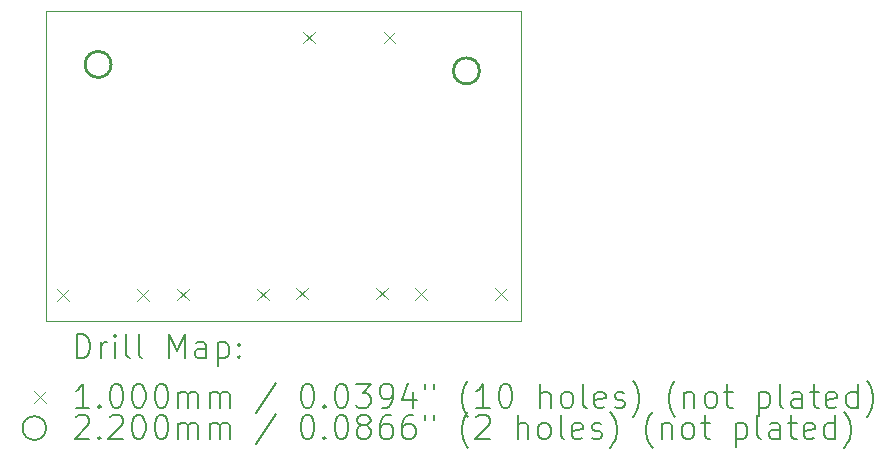
<source format=gbr>
%TF.GenerationSoftware,KiCad,Pcbnew,8.0.5*%
%TF.CreationDate,2024-11-11T01:16:04-08:00*%
%TF.ProjectId,Switch Lock,53776974-6368-4204-9c6f-636b2e6b6963,rev?*%
%TF.SameCoordinates,Original*%
%TF.FileFunction,Drillmap*%
%TF.FilePolarity,Positive*%
%FSLAX45Y45*%
G04 Gerber Fmt 4.5, Leading zero omitted, Abs format (unit mm)*
G04 Created by KiCad (PCBNEW 8.0.5) date 2024-11-11 01:16:04*
%MOMM*%
%LPD*%
G01*
G04 APERTURE LIST*
%ADD10C,0.050000*%
%ADD11C,0.200000*%
%ADD12C,0.100000*%
%ADD13C,0.220000*%
G04 APERTURE END LIST*
D10*
X9211000Y-5573000D02*
X13231000Y-5573000D01*
X13231000Y-8194000D01*
X9211000Y-8194000D01*
X9211000Y-5573000D01*
D11*
D12*
X9299000Y-7922825D02*
X9399000Y-8022825D01*
X9399000Y-7922825D02*
X9299000Y-8022825D01*
X9979000Y-7922825D02*
X10079000Y-8022825D01*
X10079000Y-7922825D02*
X9979000Y-8022825D01*
X10317000Y-7919000D02*
X10417000Y-8019000D01*
X10417000Y-7919000D02*
X10317000Y-8019000D01*
X10997000Y-7919000D02*
X11097000Y-8019000D01*
X11097000Y-7919000D02*
X10997000Y-8019000D01*
X11325000Y-7912000D02*
X11425000Y-8012000D01*
X11425000Y-7912000D02*
X11325000Y-8012000D01*
X11385000Y-5743175D02*
X11485000Y-5843175D01*
X11485000Y-5743175D02*
X11385000Y-5843175D01*
X12005000Y-7912000D02*
X12105000Y-8012000D01*
X12105000Y-7912000D02*
X12005000Y-8012000D01*
X12065000Y-5743175D02*
X12165000Y-5843175D01*
X12165000Y-5743175D02*
X12065000Y-5843175D01*
X12330000Y-7913825D02*
X12430000Y-8013825D01*
X12430000Y-7913825D02*
X12330000Y-8013825D01*
X13010000Y-7913825D02*
X13110000Y-8013825D01*
X13110000Y-7913825D02*
X13010000Y-8013825D01*
D13*
X9759000Y-6022000D02*
G75*
G02*
X9539000Y-6022000I-110000J0D01*
G01*
X9539000Y-6022000D02*
G75*
G02*
X9759000Y-6022000I110000J0D01*
G01*
X12877000Y-6076000D02*
G75*
G02*
X12657000Y-6076000I-110000J0D01*
G01*
X12657000Y-6076000D02*
G75*
G02*
X12877000Y-6076000I110000J0D01*
G01*
D11*
X9469277Y-8507984D02*
X9469277Y-8307984D01*
X9469277Y-8307984D02*
X9516896Y-8307984D01*
X9516896Y-8307984D02*
X9545467Y-8317508D01*
X9545467Y-8317508D02*
X9564515Y-8336555D01*
X9564515Y-8336555D02*
X9574039Y-8355603D01*
X9574039Y-8355603D02*
X9583563Y-8393698D01*
X9583563Y-8393698D02*
X9583563Y-8422270D01*
X9583563Y-8422270D02*
X9574039Y-8460365D01*
X9574039Y-8460365D02*
X9564515Y-8479412D01*
X9564515Y-8479412D02*
X9545467Y-8498460D01*
X9545467Y-8498460D02*
X9516896Y-8507984D01*
X9516896Y-8507984D02*
X9469277Y-8507984D01*
X9669277Y-8507984D02*
X9669277Y-8374650D01*
X9669277Y-8412746D02*
X9678801Y-8393698D01*
X9678801Y-8393698D02*
X9688324Y-8384174D01*
X9688324Y-8384174D02*
X9707372Y-8374650D01*
X9707372Y-8374650D02*
X9726420Y-8374650D01*
X9793086Y-8507984D02*
X9793086Y-8374650D01*
X9793086Y-8307984D02*
X9783563Y-8317508D01*
X9783563Y-8317508D02*
X9793086Y-8327031D01*
X9793086Y-8327031D02*
X9802610Y-8317508D01*
X9802610Y-8317508D02*
X9793086Y-8307984D01*
X9793086Y-8307984D02*
X9793086Y-8327031D01*
X9916896Y-8507984D02*
X9897848Y-8498460D01*
X9897848Y-8498460D02*
X9888324Y-8479412D01*
X9888324Y-8479412D02*
X9888324Y-8307984D01*
X10021658Y-8507984D02*
X10002610Y-8498460D01*
X10002610Y-8498460D02*
X9993086Y-8479412D01*
X9993086Y-8479412D02*
X9993086Y-8307984D01*
X10250229Y-8507984D02*
X10250229Y-8307984D01*
X10250229Y-8307984D02*
X10316896Y-8450841D01*
X10316896Y-8450841D02*
X10383563Y-8307984D01*
X10383563Y-8307984D02*
X10383563Y-8507984D01*
X10564515Y-8507984D02*
X10564515Y-8403222D01*
X10564515Y-8403222D02*
X10554991Y-8384174D01*
X10554991Y-8384174D02*
X10535944Y-8374650D01*
X10535944Y-8374650D02*
X10497848Y-8374650D01*
X10497848Y-8374650D02*
X10478801Y-8384174D01*
X10564515Y-8498460D02*
X10545467Y-8507984D01*
X10545467Y-8507984D02*
X10497848Y-8507984D01*
X10497848Y-8507984D02*
X10478801Y-8498460D01*
X10478801Y-8498460D02*
X10469277Y-8479412D01*
X10469277Y-8479412D02*
X10469277Y-8460365D01*
X10469277Y-8460365D02*
X10478801Y-8441317D01*
X10478801Y-8441317D02*
X10497848Y-8431793D01*
X10497848Y-8431793D02*
X10545467Y-8431793D01*
X10545467Y-8431793D02*
X10564515Y-8422270D01*
X10659753Y-8374650D02*
X10659753Y-8574650D01*
X10659753Y-8384174D02*
X10678801Y-8374650D01*
X10678801Y-8374650D02*
X10716896Y-8374650D01*
X10716896Y-8374650D02*
X10735944Y-8384174D01*
X10735944Y-8384174D02*
X10745467Y-8393698D01*
X10745467Y-8393698D02*
X10754991Y-8412746D01*
X10754991Y-8412746D02*
X10754991Y-8469889D01*
X10754991Y-8469889D02*
X10745467Y-8488936D01*
X10745467Y-8488936D02*
X10735944Y-8498460D01*
X10735944Y-8498460D02*
X10716896Y-8507984D01*
X10716896Y-8507984D02*
X10678801Y-8507984D01*
X10678801Y-8507984D02*
X10659753Y-8498460D01*
X10840705Y-8488936D02*
X10850229Y-8498460D01*
X10850229Y-8498460D02*
X10840705Y-8507984D01*
X10840705Y-8507984D02*
X10831182Y-8498460D01*
X10831182Y-8498460D02*
X10840705Y-8488936D01*
X10840705Y-8488936D02*
X10840705Y-8507984D01*
X10840705Y-8384174D02*
X10850229Y-8393698D01*
X10850229Y-8393698D02*
X10840705Y-8403222D01*
X10840705Y-8403222D02*
X10831182Y-8393698D01*
X10831182Y-8393698D02*
X10840705Y-8384174D01*
X10840705Y-8384174D02*
X10840705Y-8403222D01*
D12*
X9108500Y-8786500D02*
X9208500Y-8886500D01*
X9208500Y-8786500D02*
X9108500Y-8886500D01*
D11*
X9574039Y-8927984D02*
X9459753Y-8927984D01*
X9516896Y-8927984D02*
X9516896Y-8727984D01*
X9516896Y-8727984D02*
X9497848Y-8756555D01*
X9497848Y-8756555D02*
X9478801Y-8775603D01*
X9478801Y-8775603D02*
X9459753Y-8785127D01*
X9659753Y-8908936D02*
X9669277Y-8918460D01*
X9669277Y-8918460D02*
X9659753Y-8927984D01*
X9659753Y-8927984D02*
X9650229Y-8918460D01*
X9650229Y-8918460D02*
X9659753Y-8908936D01*
X9659753Y-8908936D02*
X9659753Y-8927984D01*
X9793086Y-8727984D02*
X9812134Y-8727984D01*
X9812134Y-8727984D02*
X9831182Y-8737508D01*
X9831182Y-8737508D02*
X9840705Y-8747031D01*
X9840705Y-8747031D02*
X9850229Y-8766079D01*
X9850229Y-8766079D02*
X9859753Y-8804174D01*
X9859753Y-8804174D02*
X9859753Y-8851793D01*
X9859753Y-8851793D02*
X9850229Y-8889889D01*
X9850229Y-8889889D02*
X9840705Y-8908936D01*
X9840705Y-8908936D02*
X9831182Y-8918460D01*
X9831182Y-8918460D02*
X9812134Y-8927984D01*
X9812134Y-8927984D02*
X9793086Y-8927984D01*
X9793086Y-8927984D02*
X9774039Y-8918460D01*
X9774039Y-8918460D02*
X9764515Y-8908936D01*
X9764515Y-8908936D02*
X9754991Y-8889889D01*
X9754991Y-8889889D02*
X9745467Y-8851793D01*
X9745467Y-8851793D02*
X9745467Y-8804174D01*
X9745467Y-8804174D02*
X9754991Y-8766079D01*
X9754991Y-8766079D02*
X9764515Y-8747031D01*
X9764515Y-8747031D02*
X9774039Y-8737508D01*
X9774039Y-8737508D02*
X9793086Y-8727984D01*
X9983563Y-8727984D02*
X10002610Y-8727984D01*
X10002610Y-8727984D02*
X10021658Y-8737508D01*
X10021658Y-8737508D02*
X10031182Y-8747031D01*
X10031182Y-8747031D02*
X10040705Y-8766079D01*
X10040705Y-8766079D02*
X10050229Y-8804174D01*
X10050229Y-8804174D02*
X10050229Y-8851793D01*
X10050229Y-8851793D02*
X10040705Y-8889889D01*
X10040705Y-8889889D02*
X10031182Y-8908936D01*
X10031182Y-8908936D02*
X10021658Y-8918460D01*
X10021658Y-8918460D02*
X10002610Y-8927984D01*
X10002610Y-8927984D02*
X9983563Y-8927984D01*
X9983563Y-8927984D02*
X9964515Y-8918460D01*
X9964515Y-8918460D02*
X9954991Y-8908936D01*
X9954991Y-8908936D02*
X9945467Y-8889889D01*
X9945467Y-8889889D02*
X9935944Y-8851793D01*
X9935944Y-8851793D02*
X9935944Y-8804174D01*
X9935944Y-8804174D02*
X9945467Y-8766079D01*
X9945467Y-8766079D02*
X9954991Y-8747031D01*
X9954991Y-8747031D02*
X9964515Y-8737508D01*
X9964515Y-8737508D02*
X9983563Y-8727984D01*
X10174039Y-8727984D02*
X10193086Y-8727984D01*
X10193086Y-8727984D02*
X10212134Y-8737508D01*
X10212134Y-8737508D02*
X10221658Y-8747031D01*
X10221658Y-8747031D02*
X10231182Y-8766079D01*
X10231182Y-8766079D02*
X10240705Y-8804174D01*
X10240705Y-8804174D02*
X10240705Y-8851793D01*
X10240705Y-8851793D02*
X10231182Y-8889889D01*
X10231182Y-8889889D02*
X10221658Y-8908936D01*
X10221658Y-8908936D02*
X10212134Y-8918460D01*
X10212134Y-8918460D02*
X10193086Y-8927984D01*
X10193086Y-8927984D02*
X10174039Y-8927984D01*
X10174039Y-8927984D02*
X10154991Y-8918460D01*
X10154991Y-8918460D02*
X10145467Y-8908936D01*
X10145467Y-8908936D02*
X10135944Y-8889889D01*
X10135944Y-8889889D02*
X10126420Y-8851793D01*
X10126420Y-8851793D02*
X10126420Y-8804174D01*
X10126420Y-8804174D02*
X10135944Y-8766079D01*
X10135944Y-8766079D02*
X10145467Y-8747031D01*
X10145467Y-8747031D02*
X10154991Y-8737508D01*
X10154991Y-8737508D02*
X10174039Y-8727984D01*
X10326420Y-8927984D02*
X10326420Y-8794650D01*
X10326420Y-8813698D02*
X10335944Y-8804174D01*
X10335944Y-8804174D02*
X10354991Y-8794650D01*
X10354991Y-8794650D02*
X10383563Y-8794650D01*
X10383563Y-8794650D02*
X10402610Y-8804174D01*
X10402610Y-8804174D02*
X10412134Y-8823222D01*
X10412134Y-8823222D02*
X10412134Y-8927984D01*
X10412134Y-8823222D02*
X10421658Y-8804174D01*
X10421658Y-8804174D02*
X10440705Y-8794650D01*
X10440705Y-8794650D02*
X10469277Y-8794650D01*
X10469277Y-8794650D02*
X10488325Y-8804174D01*
X10488325Y-8804174D02*
X10497848Y-8823222D01*
X10497848Y-8823222D02*
X10497848Y-8927984D01*
X10593086Y-8927984D02*
X10593086Y-8794650D01*
X10593086Y-8813698D02*
X10602610Y-8804174D01*
X10602610Y-8804174D02*
X10621658Y-8794650D01*
X10621658Y-8794650D02*
X10650229Y-8794650D01*
X10650229Y-8794650D02*
X10669277Y-8804174D01*
X10669277Y-8804174D02*
X10678801Y-8823222D01*
X10678801Y-8823222D02*
X10678801Y-8927984D01*
X10678801Y-8823222D02*
X10688325Y-8804174D01*
X10688325Y-8804174D02*
X10707372Y-8794650D01*
X10707372Y-8794650D02*
X10735944Y-8794650D01*
X10735944Y-8794650D02*
X10754991Y-8804174D01*
X10754991Y-8804174D02*
X10764515Y-8823222D01*
X10764515Y-8823222D02*
X10764515Y-8927984D01*
X11154991Y-8718460D02*
X10983563Y-8975603D01*
X11412134Y-8727984D02*
X11431182Y-8727984D01*
X11431182Y-8727984D02*
X11450229Y-8737508D01*
X11450229Y-8737508D02*
X11459753Y-8747031D01*
X11459753Y-8747031D02*
X11469277Y-8766079D01*
X11469277Y-8766079D02*
X11478801Y-8804174D01*
X11478801Y-8804174D02*
X11478801Y-8851793D01*
X11478801Y-8851793D02*
X11469277Y-8889889D01*
X11469277Y-8889889D02*
X11459753Y-8908936D01*
X11459753Y-8908936D02*
X11450229Y-8918460D01*
X11450229Y-8918460D02*
X11431182Y-8927984D01*
X11431182Y-8927984D02*
X11412134Y-8927984D01*
X11412134Y-8927984D02*
X11393086Y-8918460D01*
X11393086Y-8918460D02*
X11383563Y-8908936D01*
X11383563Y-8908936D02*
X11374039Y-8889889D01*
X11374039Y-8889889D02*
X11364515Y-8851793D01*
X11364515Y-8851793D02*
X11364515Y-8804174D01*
X11364515Y-8804174D02*
X11374039Y-8766079D01*
X11374039Y-8766079D02*
X11383563Y-8747031D01*
X11383563Y-8747031D02*
X11393086Y-8737508D01*
X11393086Y-8737508D02*
X11412134Y-8727984D01*
X11564515Y-8908936D02*
X11574039Y-8918460D01*
X11574039Y-8918460D02*
X11564515Y-8927984D01*
X11564515Y-8927984D02*
X11554991Y-8918460D01*
X11554991Y-8918460D02*
X11564515Y-8908936D01*
X11564515Y-8908936D02*
X11564515Y-8927984D01*
X11697848Y-8727984D02*
X11716896Y-8727984D01*
X11716896Y-8727984D02*
X11735944Y-8737508D01*
X11735944Y-8737508D02*
X11745467Y-8747031D01*
X11745467Y-8747031D02*
X11754991Y-8766079D01*
X11754991Y-8766079D02*
X11764515Y-8804174D01*
X11764515Y-8804174D02*
X11764515Y-8851793D01*
X11764515Y-8851793D02*
X11754991Y-8889889D01*
X11754991Y-8889889D02*
X11745467Y-8908936D01*
X11745467Y-8908936D02*
X11735944Y-8918460D01*
X11735944Y-8918460D02*
X11716896Y-8927984D01*
X11716896Y-8927984D02*
X11697848Y-8927984D01*
X11697848Y-8927984D02*
X11678801Y-8918460D01*
X11678801Y-8918460D02*
X11669277Y-8908936D01*
X11669277Y-8908936D02*
X11659753Y-8889889D01*
X11659753Y-8889889D02*
X11650229Y-8851793D01*
X11650229Y-8851793D02*
X11650229Y-8804174D01*
X11650229Y-8804174D02*
X11659753Y-8766079D01*
X11659753Y-8766079D02*
X11669277Y-8747031D01*
X11669277Y-8747031D02*
X11678801Y-8737508D01*
X11678801Y-8737508D02*
X11697848Y-8727984D01*
X11831182Y-8727984D02*
X11954991Y-8727984D01*
X11954991Y-8727984D02*
X11888325Y-8804174D01*
X11888325Y-8804174D02*
X11916896Y-8804174D01*
X11916896Y-8804174D02*
X11935944Y-8813698D01*
X11935944Y-8813698D02*
X11945467Y-8823222D01*
X11945467Y-8823222D02*
X11954991Y-8842270D01*
X11954991Y-8842270D02*
X11954991Y-8889889D01*
X11954991Y-8889889D02*
X11945467Y-8908936D01*
X11945467Y-8908936D02*
X11935944Y-8918460D01*
X11935944Y-8918460D02*
X11916896Y-8927984D01*
X11916896Y-8927984D02*
X11859753Y-8927984D01*
X11859753Y-8927984D02*
X11840706Y-8918460D01*
X11840706Y-8918460D02*
X11831182Y-8908936D01*
X12050229Y-8927984D02*
X12088325Y-8927984D01*
X12088325Y-8927984D02*
X12107372Y-8918460D01*
X12107372Y-8918460D02*
X12116896Y-8908936D01*
X12116896Y-8908936D02*
X12135944Y-8880365D01*
X12135944Y-8880365D02*
X12145467Y-8842270D01*
X12145467Y-8842270D02*
X12145467Y-8766079D01*
X12145467Y-8766079D02*
X12135944Y-8747031D01*
X12135944Y-8747031D02*
X12126420Y-8737508D01*
X12126420Y-8737508D02*
X12107372Y-8727984D01*
X12107372Y-8727984D02*
X12069277Y-8727984D01*
X12069277Y-8727984D02*
X12050229Y-8737508D01*
X12050229Y-8737508D02*
X12040706Y-8747031D01*
X12040706Y-8747031D02*
X12031182Y-8766079D01*
X12031182Y-8766079D02*
X12031182Y-8813698D01*
X12031182Y-8813698D02*
X12040706Y-8832746D01*
X12040706Y-8832746D02*
X12050229Y-8842270D01*
X12050229Y-8842270D02*
X12069277Y-8851793D01*
X12069277Y-8851793D02*
X12107372Y-8851793D01*
X12107372Y-8851793D02*
X12126420Y-8842270D01*
X12126420Y-8842270D02*
X12135944Y-8832746D01*
X12135944Y-8832746D02*
X12145467Y-8813698D01*
X12316896Y-8794650D02*
X12316896Y-8927984D01*
X12269277Y-8718460D02*
X12221658Y-8861317D01*
X12221658Y-8861317D02*
X12345467Y-8861317D01*
X12412134Y-8727984D02*
X12412134Y-8766079D01*
X12488325Y-8727984D02*
X12488325Y-8766079D01*
X12783563Y-9004174D02*
X12774039Y-8994650D01*
X12774039Y-8994650D02*
X12754991Y-8966079D01*
X12754991Y-8966079D02*
X12745468Y-8947031D01*
X12745468Y-8947031D02*
X12735944Y-8918460D01*
X12735944Y-8918460D02*
X12726420Y-8870841D01*
X12726420Y-8870841D02*
X12726420Y-8832746D01*
X12726420Y-8832746D02*
X12735944Y-8785127D01*
X12735944Y-8785127D02*
X12745468Y-8756555D01*
X12745468Y-8756555D02*
X12754991Y-8737508D01*
X12754991Y-8737508D02*
X12774039Y-8708936D01*
X12774039Y-8708936D02*
X12783563Y-8699412D01*
X12964515Y-8927984D02*
X12850229Y-8927984D01*
X12907372Y-8927984D02*
X12907372Y-8727984D01*
X12907372Y-8727984D02*
X12888325Y-8756555D01*
X12888325Y-8756555D02*
X12869277Y-8775603D01*
X12869277Y-8775603D02*
X12850229Y-8785127D01*
X13088325Y-8727984D02*
X13107372Y-8727984D01*
X13107372Y-8727984D02*
X13126420Y-8737508D01*
X13126420Y-8737508D02*
X13135944Y-8747031D01*
X13135944Y-8747031D02*
X13145468Y-8766079D01*
X13145468Y-8766079D02*
X13154991Y-8804174D01*
X13154991Y-8804174D02*
X13154991Y-8851793D01*
X13154991Y-8851793D02*
X13145468Y-8889889D01*
X13145468Y-8889889D02*
X13135944Y-8908936D01*
X13135944Y-8908936D02*
X13126420Y-8918460D01*
X13126420Y-8918460D02*
X13107372Y-8927984D01*
X13107372Y-8927984D02*
X13088325Y-8927984D01*
X13088325Y-8927984D02*
X13069277Y-8918460D01*
X13069277Y-8918460D02*
X13059753Y-8908936D01*
X13059753Y-8908936D02*
X13050229Y-8889889D01*
X13050229Y-8889889D02*
X13040706Y-8851793D01*
X13040706Y-8851793D02*
X13040706Y-8804174D01*
X13040706Y-8804174D02*
X13050229Y-8766079D01*
X13050229Y-8766079D02*
X13059753Y-8747031D01*
X13059753Y-8747031D02*
X13069277Y-8737508D01*
X13069277Y-8737508D02*
X13088325Y-8727984D01*
X13393087Y-8927984D02*
X13393087Y-8727984D01*
X13478801Y-8927984D02*
X13478801Y-8823222D01*
X13478801Y-8823222D02*
X13469277Y-8804174D01*
X13469277Y-8804174D02*
X13450230Y-8794650D01*
X13450230Y-8794650D02*
X13421658Y-8794650D01*
X13421658Y-8794650D02*
X13402610Y-8804174D01*
X13402610Y-8804174D02*
X13393087Y-8813698D01*
X13602610Y-8927984D02*
X13583563Y-8918460D01*
X13583563Y-8918460D02*
X13574039Y-8908936D01*
X13574039Y-8908936D02*
X13564515Y-8889889D01*
X13564515Y-8889889D02*
X13564515Y-8832746D01*
X13564515Y-8832746D02*
X13574039Y-8813698D01*
X13574039Y-8813698D02*
X13583563Y-8804174D01*
X13583563Y-8804174D02*
X13602610Y-8794650D01*
X13602610Y-8794650D02*
X13631182Y-8794650D01*
X13631182Y-8794650D02*
X13650230Y-8804174D01*
X13650230Y-8804174D02*
X13659753Y-8813698D01*
X13659753Y-8813698D02*
X13669277Y-8832746D01*
X13669277Y-8832746D02*
X13669277Y-8889889D01*
X13669277Y-8889889D02*
X13659753Y-8908936D01*
X13659753Y-8908936D02*
X13650230Y-8918460D01*
X13650230Y-8918460D02*
X13631182Y-8927984D01*
X13631182Y-8927984D02*
X13602610Y-8927984D01*
X13783563Y-8927984D02*
X13764515Y-8918460D01*
X13764515Y-8918460D02*
X13754991Y-8899412D01*
X13754991Y-8899412D02*
X13754991Y-8727984D01*
X13935944Y-8918460D02*
X13916896Y-8927984D01*
X13916896Y-8927984D02*
X13878801Y-8927984D01*
X13878801Y-8927984D02*
X13859753Y-8918460D01*
X13859753Y-8918460D02*
X13850230Y-8899412D01*
X13850230Y-8899412D02*
X13850230Y-8823222D01*
X13850230Y-8823222D02*
X13859753Y-8804174D01*
X13859753Y-8804174D02*
X13878801Y-8794650D01*
X13878801Y-8794650D02*
X13916896Y-8794650D01*
X13916896Y-8794650D02*
X13935944Y-8804174D01*
X13935944Y-8804174D02*
X13945468Y-8823222D01*
X13945468Y-8823222D02*
X13945468Y-8842270D01*
X13945468Y-8842270D02*
X13850230Y-8861317D01*
X14021658Y-8918460D02*
X14040706Y-8927984D01*
X14040706Y-8927984D02*
X14078801Y-8927984D01*
X14078801Y-8927984D02*
X14097849Y-8918460D01*
X14097849Y-8918460D02*
X14107372Y-8899412D01*
X14107372Y-8899412D02*
X14107372Y-8889889D01*
X14107372Y-8889889D02*
X14097849Y-8870841D01*
X14097849Y-8870841D02*
X14078801Y-8861317D01*
X14078801Y-8861317D02*
X14050230Y-8861317D01*
X14050230Y-8861317D02*
X14031182Y-8851793D01*
X14031182Y-8851793D02*
X14021658Y-8832746D01*
X14021658Y-8832746D02*
X14021658Y-8823222D01*
X14021658Y-8823222D02*
X14031182Y-8804174D01*
X14031182Y-8804174D02*
X14050230Y-8794650D01*
X14050230Y-8794650D02*
X14078801Y-8794650D01*
X14078801Y-8794650D02*
X14097849Y-8804174D01*
X14174039Y-9004174D02*
X14183563Y-8994650D01*
X14183563Y-8994650D02*
X14202611Y-8966079D01*
X14202611Y-8966079D02*
X14212134Y-8947031D01*
X14212134Y-8947031D02*
X14221658Y-8918460D01*
X14221658Y-8918460D02*
X14231182Y-8870841D01*
X14231182Y-8870841D02*
X14231182Y-8832746D01*
X14231182Y-8832746D02*
X14221658Y-8785127D01*
X14221658Y-8785127D02*
X14212134Y-8756555D01*
X14212134Y-8756555D02*
X14202611Y-8737508D01*
X14202611Y-8737508D02*
X14183563Y-8708936D01*
X14183563Y-8708936D02*
X14174039Y-8699412D01*
X14535944Y-9004174D02*
X14526420Y-8994650D01*
X14526420Y-8994650D02*
X14507372Y-8966079D01*
X14507372Y-8966079D02*
X14497849Y-8947031D01*
X14497849Y-8947031D02*
X14488325Y-8918460D01*
X14488325Y-8918460D02*
X14478801Y-8870841D01*
X14478801Y-8870841D02*
X14478801Y-8832746D01*
X14478801Y-8832746D02*
X14488325Y-8785127D01*
X14488325Y-8785127D02*
X14497849Y-8756555D01*
X14497849Y-8756555D02*
X14507372Y-8737508D01*
X14507372Y-8737508D02*
X14526420Y-8708936D01*
X14526420Y-8708936D02*
X14535944Y-8699412D01*
X14612134Y-8794650D02*
X14612134Y-8927984D01*
X14612134Y-8813698D02*
X14621658Y-8804174D01*
X14621658Y-8804174D02*
X14640706Y-8794650D01*
X14640706Y-8794650D02*
X14669277Y-8794650D01*
X14669277Y-8794650D02*
X14688325Y-8804174D01*
X14688325Y-8804174D02*
X14697849Y-8823222D01*
X14697849Y-8823222D02*
X14697849Y-8927984D01*
X14821658Y-8927984D02*
X14802611Y-8918460D01*
X14802611Y-8918460D02*
X14793087Y-8908936D01*
X14793087Y-8908936D02*
X14783563Y-8889889D01*
X14783563Y-8889889D02*
X14783563Y-8832746D01*
X14783563Y-8832746D02*
X14793087Y-8813698D01*
X14793087Y-8813698D02*
X14802611Y-8804174D01*
X14802611Y-8804174D02*
X14821658Y-8794650D01*
X14821658Y-8794650D02*
X14850230Y-8794650D01*
X14850230Y-8794650D02*
X14869277Y-8804174D01*
X14869277Y-8804174D02*
X14878801Y-8813698D01*
X14878801Y-8813698D02*
X14888325Y-8832746D01*
X14888325Y-8832746D02*
X14888325Y-8889889D01*
X14888325Y-8889889D02*
X14878801Y-8908936D01*
X14878801Y-8908936D02*
X14869277Y-8918460D01*
X14869277Y-8918460D02*
X14850230Y-8927984D01*
X14850230Y-8927984D02*
X14821658Y-8927984D01*
X14945468Y-8794650D02*
X15021658Y-8794650D01*
X14974039Y-8727984D02*
X14974039Y-8899412D01*
X14974039Y-8899412D02*
X14983563Y-8918460D01*
X14983563Y-8918460D02*
X15002611Y-8927984D01*
X15002611Y-8927984D02*
X15021658Y-8927984D01*
X15240706Y-8794650D02*
X15240706Y-8994650D01*
X15240706Y-8804174D02*
X15259753Y-8794650D01*
X15259753Y-8794650D02*
X15297849Y-8794650D01*
X15297849Y-8794650D02*
X15316896Y-8804174D01*
X15316896Y-8804174D02*
X15326420Y-8813698D01*
X15326420Y-8813698D02*
X15335944Y-8832746D01*
X15335944Y-8832746D02*
X15335944Y-8889889D01*
X15335944Y-8889889D02*
X15326420Y-8908936D01*
X15326420Y-8908936D02*
X15316896Y-8918460D01*
X15316896Y-8918460D02*
X15297849Y-8927984D01*
X15297849Y-8927984D02*
X15259753Y-8927984D01*
X15259753Y-8927984D02*
X15240706Y-8918460D01*
X15450230Y-8927984D02*
X15431182Y-8918460D01*
X15431182Y-8918460D02*
X15421658Y-8899412D01*
X15421658Y-8899412D02*
X15421658Y-8727984D01*
X15612134Y-8927984D02*
X15612134Y-8823222D01*
X15612134Y-8823222D02*
X15602611Y-8804174D01*
X15602611Y-8804174D02*
X15583563Y-8794650D01*
X15583563Y-8794650D02*
X15545468Y-8794650D01*
X15545468Y-8794650D02*
X15526420Y-8804174D01*
X15612134Y-8918460D02*
X15593087Y-8927984D01*
X15593087Y-8927984D02*
X15545468Y-8927984D01*
X15545468Y-8927984D02*
X15526420Y-8918460D01*
X15526420Y-8918460D02*
X15516896Y-8899412D01*
X15516896Y-8899412D02*
X15516896Y-8880365D01*
X15516896Y-8880365D02*
X15526420Y-8861317D01*
X15526420Y-8861317D02*
X15545468Y-8851793D01*
X15545468Y-8851793D02*
X15593087Y-8851793D01*
X15593087Y-8851793D02*
X15612134Y-8842270D01*
X15678801Y-8794650D02*
X15754992Y-8794650D01*
X15707373Y-8727984D02*
X15707373Y-8899412D01*
X15707373Y-8899412D02*
X15716896Y-8918460D01*
X15716896Y-8918460D02*
X15735944Y-8927984D01*
X15735944Y-8927984D02*
X15754992Y-8927984D01*
X15897849Y-8918460D02*
X15878801Y-8927984D01*
X15878801Y-8927984D02*
X15840706Y-8927984D01*
X15840706Y-8927984D02*
X15821658Y-8918460D01*
X15821658Y-8918460D02*
X15812134Y-8899412D01*
X15812134Y-8899412D02*
X15812134Y-8823222D01*
X15812134Y-8823222D02*
X15821658Y-8804174D01*
X15821658Y-8804174D02*
X15840706Y-8794650D01*
X15840706Y-8794650D02*
X15878801Y-8794650D01*
X15878801Y-8794650D02*
X15897849Y-8804174D01*
X15897849Y-8804174D02*
X15907373Y-8823222D01*
X15907373Y-8823222D02*
X15907373Y-8842270D01*
X15907373Y-8842270D02*
X15812134Y-8861317D01*
X16078801Y-8927984D02*
X16078801Y-8727984D01*
X16078801Y-8918460D02*
X16059754Y-8927984D01*
X16059754Y-8927984D02*
X16021658Y-8927984D01*
X16021658Y-8927984D02*
X16002611Y-8918460D01*
X16002611Y-8918460D02*
X15993087Y-8908936D01*
X15993087Y-8908936D02*
X15983563Y-8889889D01*
X15983563Y-8889889D02*
X15983563Y-8832746D01*
X15983563Y-8832746D02*
X15993087Y-8813698D01*
X15993087Y-8813698D02*
X16002611Y-8804174D01*
X16002611Y-8804174D02*
X16021658Y-8794650D01*
X16021658Y-8794650D02*
X16059754Y-8794650D01*
X16059754Y-8794650D02*
X16078801Y-8804174D01*
X16154992Y-9004174D02*
X16164515Y-8994650D01*
X16164515Y-8994650D02*
X16183563Y-8966079D01*
X16183563Y-8966079D02*
X16193087Y-8947031D01*
X16193087Y-8947031D02*
X16202611Y-8918460D01*
X16202611Y-8918460D02*
X16212134Y-8870841D01*
X16212134Y-8870841D02*
X16212134Y-8832746D01*
X16212134Y-8832746D02*
X16202611Y-8785127D01*
X16202611Y-8785127D02*
X16193087Y-8756555D01*
X16193087Y-8756555D02*
X16183563Y-8737508D01*
X16183563Y-8737508D02*
X16164515Y-8708936D01*
X16164515Y-8708936D02*
X16154992Y-8699412D01*
X9208500Y-9100500D02*
G75*
G02*
X9008500Y-9100500I-100000J0D01*
G01*
X9008500Y-9100500D02*
G75*
G02*
X9208500Y-9100500I100000J0D01*
G01*
X9459753Y-9011031D02*
X9469277Y-9001508D01*
X9469277Y-9001508D02*
X9488324Y-8991984D01*
X9488324Y-8991984D02*
X9535944Y-8991984D01*
X9535944Y-8991984D02*
X9554991Y-9001508D01*
X9554991Y-9001508D02*
X9564515Y-9011031D01*
X9564515Y-9011031D02*
X9574039Y-9030079D01*
X9574039Y-9030079D02*
X9574039Y-9049127D01*
X9574039Y-9049127D02*
X9564515Y-9077698D01*
X9564515Y-9077698D02*
X9450229Y-9191984D01*
X9450229Y-9191984D02*
X9574039Y-9191984D01*
X9659753Y-9172936D02*
X9669277Y-9182460D01*
X9669277Y-9182460D02*
X9659753Y-9191984D01*
X9659753Y-9191984D02*
X9650229Y-9182460D01*
X9650229Y-9182460D02*
X9659753Y-9172936D01*
X9659753Y-9172936D02*
X9659753Y-9191984D01*
X9745467Y-9011031D02*
X9754991Y-9001508D01*
X9754991Y-9001508D02*
X9774039Y-8991984D01*
X9774039Y-8991984D02*
X9821658Y-8991984D01*
X9821658Y-8991984D02*
X9840705Y-9001508D01*
X9840705Y-9001508D02*
X9850229Y-9011031D01*
X9850229Y-9011031D02*
X9859753Y-9030079D01*
X9859753Y-9030079D02*
X9859753Y-9049127D01*
X9859753Y-9049127D02*
X9850229Y-9077698D01*
X9850229Y-9077698D02*
X9735944Y-9191984D01*
X9735944Y-9191984D02*
X9859753Y-9191984D01*
X9983563Y-8991984D02*
X10002610Y-8991984D01*
X10002610Y-8991984D02*
X10021658Y-9001508D01*
X10021658Y-9001508D02*
X10031182Y-9011031D01*
X10031182Y-9011031D02*
X10040705Y-9030079D01*
X10040705Y-9030079D02*
X10050229Y-9068174D01*
X10050229Y-9068174D02*
X10050229Y-9115793D01*
X10050229Y-9115793D02*
X10040705Y-9153889D01*
X10040705Y-9153889D02*
X10031182Y-9172936D01*
X10031182Y-9172936D02*
X10021658Y-9182460D01*
X10021658Y-9182460D02*
X10002610Y-9191984D01*
X10002610Y-9191984D02*
X9983563Y-9191984D01*
X9983563Y-9191984D02*
X9964515Y-9182460D01*
X9964515Y-9182460D02*
X9954991Y-9172936D01*
X9954991Y-9172936D02*
X9945467Y-9153889D01*
X9945467Y-9153889D02*
X9935944Y-9115793D01*
X9935944Y-9115793D02*
X9935944Y-9068174D01*
X9935944Y-9068174D02*
X9945467Y-9030079D01*
X9945467Y-9030079D02*
X9954991Y-9011031D01*
X9954991Y-9011031D02*
X9964515Y-9001508D01*
X9964515Y-9001508D02*
X9983563Y-8991984D01*
X10174039Y-8991984D02*
X10193086Y-8991984D01*
X10193086Y-8991984D02*
X10212134Y-9001508D01*
X10212134Y-9001508D02*
X10221658Y-9011031D01*
X10221658Y-9011031D02*
X10231182Y-9030079D01*
X10231182Y-9030079D02*
X10240705Y-9068174D01*
X10240705Y-9068174D02*
X10240705Y-9115793D01*
X10240705Y-9115793D02*
X10231182Y-9153889D01*
X10231182Y-9153889D02*
X10221658Y-9172936D01*
X10221658Y-9172936D02*
X10212134Y-9182460D01*
X10212134Y-9182460D02*
X10193086Y-9191984D01*
X10193086Y-9191984D02*
X10174039Y-9191984D01*
X10174039Y-9191984D02*
X10154991Y-9182460D01*
X10154991Y-9182460D02*
X10145467Y-9172936D01*
X10145467Y-9172936D02*
X10135944Y-9153889D01*
X10135944Y-9153889D02*
X10126420Y-9115793D01*
X10126420Y-9115793D02*
X10126420Y-9068174D01*
X10126420Y-9068174D02*
X10135944Y-9030079D01*
X10135944Y-9030079D02*
X10145467Y-9011031D01*
X10145467Y-9011031D02*
X10154991Y-9001508D01*
X10154991Y-9001508D02*
X10174039Y-8991984D01*
X10326420Y-9191984D02*
X10326420Y-9058650D01*
X10326420Y-9077698D02*
X10335944Y-9068174D01*
X10335944Y-9068174D02*
X10354991Y-9058650D01*
X10354991Y-9058650D02*
X10383563Y-9058650D01*
X10383563Y-9058650D02*
X10402610Y-9068174D01*
X10402610Y-9068174D02*
X10412134Y-9087222D01*
X10412134Y-9087222D02*
X10412134Y-9191984D01*
X10412134Y-9087222D02*
X10421658Y-9068174D01*
X10421658Y-9068174D02*
X10440705Y-9058650D01*
X10440705Y-9058650D02*
X10469277Y-9058650D01*
X10469277Y-9058650D02*
X10488325Y-9068174D01*
X10488325Y-9068174D02*
X10497848Y-9087222D01*
X10497848Y-9087222D02*
X10497848Y-9191984D01*
X10593086Y-9191984D02*
X10593086Y-9058650D01*
X10593086Y-9077698D02*
X10602610Y-9068174D01*
X10602610Y-9068174D02*
X10621658Y-9058650D01*
X10621658Y-9058650D02*
X10650229Y-9058650D01*
X10650229Y-9058650D02*
X10669277Y-9068174D01*
X10669277Y-9068174D02*
X10678801Y-9087222D01*
X10678801Y-9087222D02*
X10678801Y-9191984D01*
X10678801Y-9087222D02*
X10688325Y-9068174D01*
X10688325Y-9068174D02*
X10707372Y-9058650D01*
X10707372Y-9058650D02*
X10735944Y-9058650D01*
X10735944Y-9058650D02*
X10754991Y-9068174D01*
X10754991Y-9068174D02*
X10764515Y-9087222D01*
X10764515Y-9087222D02*
X10764515Y-9191984D01*
X11154991Y-8982460D02*
X10983563Y-9239603D01*
X11412134Y-8991984D02*
X11431182Y-8991984D01*
X11431182Y-8991984D02*
X11450229Y-9001508D01*
X11450229Y-9001508D02*
X11459753Y-9011031D01*
X11459753Y-9011031D02*
X11469277Y-9030079D01*
X11469277Y-9030079D02*
X11478801Y-9068174D01*
X11478801Y-9068174D02*
X11478801Y-9115793D01*
X11478801Y-9115793D02*
X11469277Y-9153889D01*
X11469277Y-9153889D02*
X11459753Y-9172936D01*
X11459753Y-9172936D02*
X11450229Y-9182460D01*
X11450229Y-9182460D02*
X11431182Y-9191984D01*
X11431182Y-9191984D02*
X11412134Y-9191984D01*
X11412134Y-9191984D02*
X11393086Y-9182460D01*
X11393086Y-9182460D02*
X11383563Y-9172936D01*
X11383563Y-9172936D02*
X11374039Y-9153889D01*
X11374039Y-9153889D02*
X11364515Y-9115793D01*
X11364515Y-9115793D02*
X11364515Y-9068174D01*
X11364515Y-9068174D02*
X11374039Y-9030079D01*
X11374039Y-9030079D02*
X11383563Y-9011031D01*
X11383563Y-9011031D02*
X11393086Y-9001508D01*
X11393086Y-9001508D02*
X11412134Y-8991984D01*
X11564515Y-9172936D02*
X11574039Y-9182460D01*
X11574039Y-9182460D02*
X11564515Y-9191984D01*
X11564515Y-9191984D02*
X11554991Y-9182460D01*
X11554991Y-9182460D02*
X11564515Y-9172936D01*
X11564515Y-9172936D02*
X11564515Y-9191984D01*
X11697848Y-8991984D02*
X11716896Y-8991984D01*
X11716896Y-8991984D02*
X11735944Y-9001508D01*
X11735944Y-9001508D02*
X11745467Y-9011031D01*
X11745467Y-9011031D02*
X11754991Y-9030079D01*
X11754991Y-9030079D02*
X11764515Y-9068174D01*
X11764515Y-9068174D02*
X11764515Y-9115793D01*
X11764515Y-9115793D02*
X11754991Y-9153889D01*
X11754991Y-9153889D02*
X11745467Y-9172936D01*
X11745467Y-9172936D02*
X11735944Y-9182460D01*
X11735944Y-9182460D02*
X11716896Y-9191984D01*
X11716896Y-9191984D02*
X11697848Y-9191984D01*
X11697848Y-9191984D02*
X11678801Y-9182460D01*
X11678801Y-9182460D02*
X11669277Y-9172936D01*
X11669277Y-9172936D02*
X11659753Y-9153889D01*
X11659753Y-9153889D02*
X11650229Y-9115793D01*
X11650229Y-9115793D02*
X11650229Y-9068174D01*
X11650229Y-9068174D02*
X11659753Y-9030079D01*
X11659753Y-9030079D02*
X11669277Y-9011031D01*
X11669277Y-9011031D02*
X11678801Y-9001508D01*
X11678801Y-9001508D02*
X11697848Y-8991984D01*
X11878801Y-9077698D02*
X11859753Y-9068174D01*
X11859753Y-9068174D02*
X11850229Y-9058650D01*
X11850229Y-9058650D02*
X11840706Y-9039603D01*
X11840706Y-9039603D02*
X11840706Y-9030079D01*
X11840706Y-9030079D02*
X11850229Y-9011031D01*
X11850229Y-9011031D02*
X11859753Y-9001508D01*
X11859753Y-9001508D02*
X11878801Y-8991984D01*
X11878801Y-8991984D02*
X11916896Y-8991984D01*
X11916896Y-8991984D02*
X11935944Y-9001508D01*
X11935944Y-9001508D02*
X11945467Y-9011031D01*
X11945467Y-9011031D02*
X11954991Y-9030079D01*
X11954991Y-9030079D02*
X11954991Y-9039603D01*
X11954991Y-9039603D02*
X11945467Y-9058650D01*
X11945467Y-9058650D02*
X11935944Y-9068174D01*
X11935944Y-9068174D02*
X11916896Y-9077698D01*
X11916896Y-9077698D02*
X11878801Y-9077698D01*
X11878801Y-9077698D02*
X11859753Y-9087222D01*
X11859753Y-9087222D02*
X11850229Y-9096746D01*
X11850229Y-9096746D02*
X11840706Y-9115793D01*
X11840706Y-9115793D02*
X11840706Y-9153889D01*
X11840706Y-9153889D02*
X11850229Y-9172936D01*
X11850229Y-9172936D02*
X11859753Y-9182460D01*
X11859753Y-9182460D02*
X11878801Y-9191984D01*
X11878801Y-9191984D02*
X11916896Y-9191984D01*
X11916896Y-9191984D02*
X11935944Y-9182460D01*
X11935944Y-9182460D02*
X11945467Y-9172936D01*
X11945467Y-9172936D02*
X11954991Y-9153889D01*
X11954991Y-9153889D02*
X11954991Y-9115793D01*
X11954991Y-9115793D02*
X11945467Y-9096746D01*
X11945467Y-9096746D02*
X11935944Y-9087222D01*
X11935944Y-9087222D02*
X11916896Y-9077698D01*
X12126420Y-8991984D02*
X12088325Y-8991984D01*
X12088325Y-8991984D02*
X12069277Y-9001508D01*
X12069277Y-9001508D02*
X12059753Y-9011031D01*
X12059753Y-9011031D02*
X12040706Y-9039603D01*
X12040706Y-9039603D02*
X12031182Y-9077698D01*
X12031182Y-9077698D02*
X12031182Y-9153889D01*
X12031182Y-9153889D02*
X12040706Y-9172936D01*
X12040706Y-9172936D02*
X12050229Y-9182460D01*
X12050229Y-9182460D02*
X12069277Y-9191984D01*
X12069277Y-9191984D02*
X12107372Y-9191984D01*
X12107372Y-9191984D02*
X12126420Y-9182460D01*
X12126420Y-9182460D02*
X12135944Y-9172936D01*
X12135944Y-9172936D02*
X12145467Y-9153889D01*
X12145467Y-9153889D02*
X12145467Y-9106270D01*
X12145467Y-9106270D02*
X12135944Y-9087222D01*
X12135944Y-9087222D02*
X12126420Y-9077698D01*
X12126420Y-9077698D02*
X12107372Y-9068174D01*
X12107372Y-9068174D02*
X12069277Y-9068174D01*
X12069277Y-9068174D02*
X12050229Y-9077698D01*
X12050229Y-9077698D02*
X12040706Y-9087222D01*
X12040706Y-9087222D02*
X12031182Y-9106270D01*
X12316896Y-8991984D02*
X12278801Y-8991984D01*
X12278801Y-8991984D02*
X12259753Y-9001508D01*
X12259753Y-9001508D02*
X12250229Y-9011031D01*
X12250229Y-9011031D02*
X12231182Y-9039603D01*
X12231182Y-9039603D02*
X12221658Y-9077698D01*
X12221658Y-9077698D02*
X12221658Y-9153889D01*
X12221658Y-9153889D02*
X12231182Y-9172936D01*
X12231182Y-9172936D02*
X12240706Y-9182460D01*
X12240706Y-9182460D02*
X12259753Y-9191984D01*
X12259753Y-9191984D02*
X12297848Y-9191984D01*
X12297848Y-9191984D02*
X12316896Y-9182460D01*
X12316896Y-9182460D02*
X12326420Y-9172936D01*
X12326420Y-9172936D02*
X12335944Y-9153889D01*
X12335944Y-9153889D02*
X12335944Y-9106270D01*
X12335944Y-9106270D02*
X12326420Y-9087222D01*
X12326420Y-9087222D02*
X12316896Y-9077698D01*
X12316896Y-9077698D02*
X12297848Y-9068174D01*
X12297848Y-9068174D02*
X12259753Y-9068174D01*
X12259753Y-9068174D02*
X12240706Y-9077698D01*
X12240706Y-9077698D02*
X12231182Y-9087222D01*
X12231182Y-9087222D02*
X12221658Y-9106270D01*
X12412134Y-8991984D02*
X12412134Y-9030079D01*
X12488325Y-8991984D02*
X12488325Y-9030079D01*
X12783563Y-9268174D02*
X12774039Y-9258650D01*
X12774039Y-9258650D02*
X12754991Y-9230079D01*
X12754991Y-9230079D02*
X12745468Y-9211031D01*
X12745468Y-9211031D02*
X12735944Y-9182460D01*
X12735944Y-9182460D02*
X12726420Y-9134841D01*
X12726420Y-9134841D02*
X12726420Y-9096746D01*
X12726420Y-9096746D02*
X12735944Y-9049127D01*
X12735944Y-9049127D02*
X12745468Y-9020555D01*
X12745468Y-9020555D02*
X12754991Y-9001508D01*
X12754991Y-9001508D02*
X12774039Y-8972936D01*
X12774039Y-8972936D02*
X12783563Y-8963412D01*
X12850229Y-9011031D02*
X12859753Y-9001508D01*
X12859753Y-9001508D02*
X12878801Y-8991984D01*
X12878801Y-8991984D02*
X12926420Y-8991984D01*
X12926420Y-8991984D02*
X12945468Y-9001508D01*
X12945468Y-9001508D02*
X12954991Y-9011031D01*
X12954991Y-9011031D02*
X12964515Y-9030079D01*
X12964515Y-9030079D02*
X12964515Y-9049127D01*
X12964515Y-9049127D02*
X12954991Y-9077698D01*
X12954991Y-9077698D02*
X12840706Y-9191984D01*
X12840706Y-9191984D02*
X12964515Y-9191984D01*
X13202610Y-9191984D02*
X13202610Y-8991984D01*
X13288325Y-9191984D02*
X13288325Y-9087222D01*
X13288325Y-9087222D02*
X13278801Y-9068174D01*
X13278801Y-9068174D02*
X13259753Y-9058650D01*
X13259753Y-9058650D02*
X13231182Y-9058650D01*
X13231182Y-9058650D02*
X13212134Y-9068174D01*
X13212134Y-9068174D02*
X13202610Y-9077698D01*
X13412134Y-9191984D02*
X13393087Y-9182460D01*
X13393087Y-9182460D02*
X13383563Y-9172936D01*
X13383563Y-9172936D02*
X13374039Y-9153889D01*
X13374039Y-9153889D02*
X13374039Y-9096746D01*
X13374039Y-9096746D02*
X13383563Y-9077698D01*
X13383563Y-9077698D02*
X13393087Y-9068174D01*
X13393087Y-9068174D02*
X13412134Y-9058650D01*
X13412134Y-9058650D02*
X13440706Y-9058650D01*
X13440706Y-9058650D02*
X13459753Y-9068174D01*
X13459753Y-9068174D02*
X13469277Y-9077698D01*
X13469277Y-9077698D02*
X13478801Y-9096746D01*
X13478801Y-9096746D02*
X13478801Y-9153889D01*
X13478801Y-9153889D02*
X13469277Y-9172936D01*
X13469277Y-9172936D02*
X13459753Y-9182460D01*
X13459753Y-9182460D02*
X13440706Y-9191984D01*
X13440706Y-9191984D02*
X13412134Y-9191984D01*
X13593087Y-9191984D02*
X13574039Y-9182460D01*
X13574039Y-9182460D02*
X13564515Y-9163412D01*
X13564515Y-9163412D02*
X13564515Y-8991984D01*
X13745468Y-9182460D02*
X13726420Y-9191984D01*
X13726420Y-9191984D02*
X13688325Y-9191984D01*
X13688325Y-9191984D02*
X13669277Y-9182460D01*
X13669277Y-9182460D02*
X13659753Y-9163412D01*
X13659753Y-9163412D02*
X13659753Y-9087222D01*
X13659753Y-9087222D02*
X13669277Y-9068174D01*
X13669277Y-9068174D02*
X13688325Y-9058650D01*
X13688325Y-9058650D02*
X13726420Y-9058650D01*
X13726420Y-9058650D02*
X13745468Y-9068174D01*
X13745468Y-9068174D02*
X13754991Y-9087222D01*
X13754991Y-9087222D02*
X13754991Y-9106270D01*
X13754991Y-9106270D02*
X13659753Y-9125317D01*
X13831182Y-9182460D02*
X13850230Y-9191984D01*
X13850230Y-9191984D02*
X13888325Y-9191984D01*
X13888325Y-9191984D02*
X13907372Y-9182460D01*
X13907372Y-9182460D02*
X13916896Y-9163412D01*
X13916896Y-9163412D02*
X13916896Y-9153889D01*
X13916896Y-9153889D02*
X13907372Y-9134841D01*
X13907372Y-9134841D02*
X13888325Y-9125317D01*
X13888325Y-9125317D02*
X13859753Y-9125317D01*
X13859753Y-9125317D02*
X13840706Y-9115793D01*
X13840706Y-9115793D02*
X13831182Y-9096746D01*
X13831182Y-9096746D02*
X13831182Y-9087222D01*
X13831182Y-9087222D02*
X13840706Y-9068174D01*
X13840706Y-9068174D02*
X13859753Y-9058650D01*
X13859753Y-9058650D02*
X13888325Y-9058650D01*
X13888325Y-9058650D02*
X13907372Y-9068174D01*
X13983563Y-9268174D02*
X13993087Y-9258650D01*
X13993087Y-9258650D02*
X14012134Y-9230079D01*
X14012134Y-9230079D02*
X14021658Y-9211031D01*
X14021658Y-9211031D02*
X14031182Y-9182460D01*
X14031182Y-9182460D02*
X14040706Y-9134841D01*
X14040706Y-9134841D02*
X14040706Y-9096746D01*
X14040706Y-9096746D02*
X14031182Y-9049127D01*
X14031182Y-9049127D02*
X14021658Y-9020555D01*
X14021658Y-9020555D02*
X14012134Y-9001508D01*
X14012134Y-9001508D02*
X13993087Y-8972936D01*
X13993087Y-8972936D02*
X13983563Y-8963412D01*
X14345468Y-9268174D02*
X14335944Y-9258650D01*
X14335944Y-9258650D02*
X14316896Y-9230079D01*
X14316896Y-9230079D02*
X14307372Y-9211031D01*
X14307372Y-9211031D02*
X14297849Y-9182460D01*
X14297849Y-9182460D02*
X14288325Y-9134841D01*
X14288325Y-9134841D02*
X14288325Y-9096746D01*
X14288325Y-9096746D02*
X14297849Y-9049127D01*
X14297849Y-9049127D02*
X14307372Y-9020555D01*
X14307372Y-9020555D02*
X14316896Y-9001508D01*
X14316896Y-9001508D02*
X14335944Y-8972936D01*
X14335944Y-8972936D02*
X14345468Y-8963412D01*
X14421658Y-9058650D02*
X14421658Y-9191984D01*
X14421658Y-9077698D02*
X14431182Y-9068174D01*
X14431182Y-9068174D02*
X14450230Y-9058650D01*
X14450230Y-9058650D02*
X14478801Y-9058650D01*
X14478801Y-9058650D02*
X14497849Y-9068174D01*
X14497849Y-9068174D02*
X14507372Y-9087222D01*
X14507372Y-9087222D02*
X14507372Y-9191984D01*
X14631182Y-9191984D02*
X14612134Y-9182460D01*
X14612134Y-9182460D02*
X14602611Y-9172936D01*
X14602611Y-9172936D02*
X14593087Y-9153889D01*
X14593087Y-9153889D02*
X14593087Y-9096746D01*
X14593087Y-9096746D02*
X14602611Y-9077698D01*
X14602611Y-9077698D02*
X14612134Y-9068174D01*
X14612134Y-9068174D02*
X14631182Y-9058650D01*
X14631182Y-9058650D02*
X14659753Y-9058650D01*
X14659753Y-9058650D02*
X14678801Y-9068174D01*
X14678801Y-9068174D02*
X14688325Y-9077698D01*
X14688325Y-9077698D02*
X14697849Y-9096746D01*
X14697849Y-9096746D02*
X14697849Y-9153889D01*
X14697849Y-9153889D02*
X14688325Y-9172936D01*
X14688325Y-9172936D02*
X14678801Y-9182460D01*
X14678801Y-9182460D02*
X14659753Y-9191984D01*
X14659753Y-9191984D02*
X14631182Y-9191984D01*
X14754992Y-9058650D02*
X14831182Y-9058650D01*
X14783563Y-8991984D02*
X14783563Y-9163412D01*
X14783563Y-9163412D02*
X14793087Y-9182460D01*
X14793087Y-9182460D02*
X14812134Y-9191984D01*
X14812134Y-9191984D02*
X14831182Y-9191984D01*
X15050230Y-9058650D02*
X15050230Y-9258650D01*
X15050230Y-9068174D02*
X15069277Y-9058650D01*
X15069277Y-9058650D02*
X15107373Y-9058650D01*
X15107373Y-9058650D02*
X15126420Y-9068174D01*
X15126420Y-9068174D02*
X15135944Y-9077698D01*
X15135944Y-9077698D02*
X15145468Y-9096746D01*
X15145468Y-9096746D02*
X15145468Y-9153889D01*
X15145468Y-9153889D02*
X15135944Y-9172936D01*
X15135944Y-9172936D02*
X15126420Y-9182460D01*
X15126420Y-9182460D02*
X15107373Y-9191984D01*
X15107373Y-9191984D02*
X15069277Y-9191984D01*
X15069277Y-9191984D02*
X15050230Y-9182460D01*
X15259753Y-9191984D02*
X15240706Y-9182460D01*
X15240706Y-9182460D02*
X15231182Y-9163412D01*
X15231182Y-9163412D02*
X15231182Y-8991984D01*
X15421658Y-9191984D02*
X15421658Y-9087222D01*
X15421658Y-9087222D02*
X15412134Y-9068174D01*
X15412134Y-9068174D02*
X15393087Y-9058650D01*
X15393087Y-9058650D02*
X15354992Y-9058650D01*
X15354992Y-9058650D02*
X15335944Y-9068174D01*
X15421658Y-9182460D02*
X15402611Y-9191984D01*
X15402611Y-9191984D02*
X15354992Y-9191984D01*
X15354992Y-9191984D02*
X15335944Y-9182460D01*
X15335944Y-9182460D02*
X15326420Y-9163412D01*
X15326420Y-9163412D02*
X15326420Y-9144365D01*
X15326420Y-9144365D02*
X15335944Y-9125317D01*
X15335944Y-9125317D02*
X15354992Y-9115793D01*
X15354992Y-9115793D02*
X15402611Y-9115793D01*
X15402611Y-9115793D02*
X15421658Y-9106270D01*
X15488325Y-9058650D02*
X15564515Y-9058650D01*
X15516896Y-8991984D02*
X15516896Y-9163412D01*
X15516896Y-9163412D02*
X15526420Y-9182460D01*
X15526420Y-9182460D02*
X15545468Y-9191984D01*
X15545468Y-9191984D02*
X15564515Y-9191984D01*
X15707373Y-9182460D02*
X15688325Y-9191984D01*
X15688325Y-9191984D02*
X15650230Y-9191984D01*
X15650230Y-9191984D02*
X15631182Y-9182460D01*
X15631182Y-9182460D02*
X15621658Y-9163412D01*
X15621658Y-9163412D02*
X15621658Y-9087222D01*
X15621658Y-9087222D02*
X15631182Y-9068174D01*
X15631182Y-9068174D02*
X15650230Y-9058650D01*
X15650230Y-9058650D02*
X15688325Y-9058650D01*
X15688325Y-9058650D02*
X15707373Y-9068174D01*
X15707373Y-9068174D02*
X15716896Y-9087222D01*
X15716896Y-9087222D02*
X15716896Y-9106270D01*
X15716896Y-9106270D02*
X15621658Y-9125317D01*
X15888325Y-9191984D02*
X15888325Y-8991984D01*
X15888325Y-9182460D02*
X15869277Y-9191984D01*
X15869277Y-9191984D02*
X15831182Y-9191984D01*
X15831182Y-9191984D02*
X15812134Y-9182460D01*
X15812134Y-9182460D02*
X15802611Y-9172936D01*
X15802611Y-9172936D02*
X15793087Y-9153889D01*
X15793087Y-9153889D02*
X15793087Y-9096746D01*
X15793087Y-9096746D02*
X15802611Y-9077698D01*
X15802611Y-9077698D02*
X15812134Y-9068174D01*
X15812134Y-9068174D02*
X15831182Y-9058650D01*
X15831182Y-9058650D02*
X15869277Y-9058650D01*
X15869277Y-9058650D02*
X15888325Y-9068174D01*
X15964515Y-9268174D02*
X15974039Y-9258650D01*
X15974039Y-9258650D02*
X15993087Y-9230079D01*
X15993087Y-9230079D02*
X16002611Y-9211031D01*
X16002611Y-9211031D02*
X16012134Y-9182460D01*
X16012134Y-9182460D02*
X16021658Y-9134841D01*
X16021658Y-9134841D02*
X16021658Y-9096746D01*
X16021658Y-9096746D02*
X16012134Y-9049127D01*
X16012134Y-9049127D02*
X16002611Y-9020555D01*
X16002611Y-9020555D02*
X15993087Y-9001508D01*
X15993087Y-9001508D02*
X15974039Y-8972936D01*
X15974039Y-8972936D02*
X15964515Y-8963412D01*
M02*

</source>
